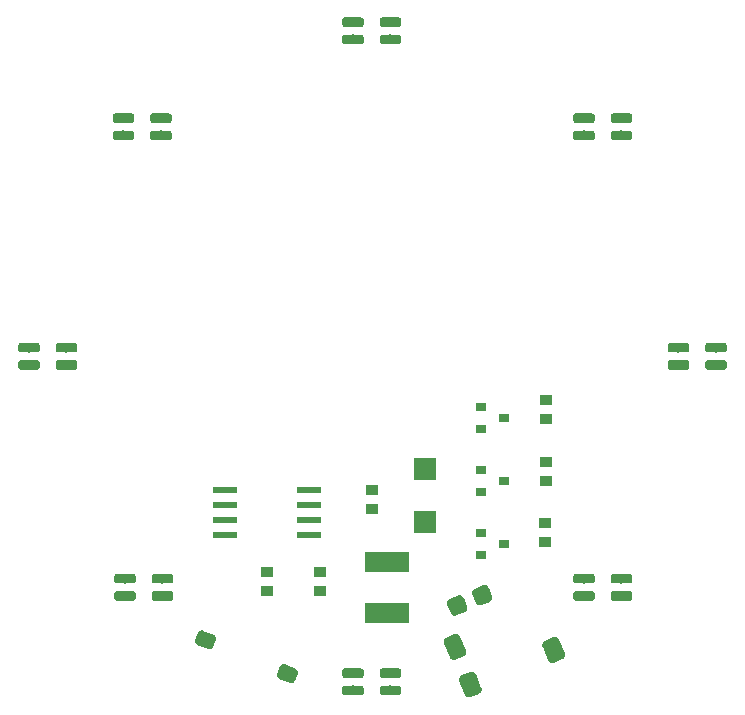
<source format=gbr>
G04 #@! TF.GenerationSoftware,KiCad,Pcbnew,5.0.0-fee4fd1~65~ubuntu17.10.1*
G04 #@! TF.CreationDate,2018-10-07T18:53:38+01:00*
G04 #@! TF.ProjectId,LED Coaster,4C454420436F61737465722E6B696361,rev?*
G04 #@! TF.SameCoordinates,Original*
G04 #@! TF.FileFunction,Paste,Top*
G04 #@! TF.FilePolarity,Positive*
%FSLAX46Y46*%
G04 Gerber Fmt 4.6, Leading zero omitted, Abs format (unit mm)*
G04 Created by KiCad (PCBNEW 5.0.0-fee4fd1~65~ubuntu17.10.1) date Sun Oct  7 18:53:38 2018*
%MOMM*%
%LPD*%
G01*
G04 APERTURE LIST*
%ADD10R,1.000000X0.820000*%
%ADD11R,1.900000X1.900000*%
%ADD12R,3.700000X1.670000*%
%ADD13R,2.000000X0.550000*%
%ADD14C,0.100000*%
%ADD15C,1.500000*%
%ADD16C,1.300000*%
%ADD17R,0.900000X0.800000*%
%ADD18C,0.800000*%
G04 APERTURE END LIST*
D10*
G04 #@! TO.C,C1*
X208280000Y-114135000D03*
X208280000Y-115735000D03*
G04 #@! TD*
D11*
G04 #@! TO.C,C2*
X212725000Y-112395000D03*
X212725000Y-116840000D03*
G04 #@! TD*
D12*
G04 #@! TO.C,D1*
X209550000Y-120253000D03*
X209550000Y-124603000D03*
G04 #@! TD*
D13*
G04 #@! TO.C,IC1*
X195834000Y-114173000D03*
X195834000Y-115443000D03*
X195834000Y-116713000D03*
X195834000Y-117983000D03*
X202946000Y-117983000D03*
X202946000Y-116713000D03*
X202946000Y-115443000D03*
X202946000Y-114173000D03*
G04 #@! TD*
D14*
G04 #@! TO.C,J1*
G36*
X216715053Y-129522899D02*
X216751456Y-129528298D01*
X216787154Y-129537240D01*
X216821803Y-129549638D01*
X216855071Y-129565372D01*
X216886636Y-129584292D01*
X216916194Y-129606214D01*
X216943462Y-129630928D01*
X216968176Y-129658195D01*
X216990098Y-129687754D01*
X217009017Y-129719319D01*
X217024752Y-129752587D01*
X217503106Y-130907436D01*
X217515504Y-130942085D01*
X217524445Y-130977783D01*
X217529845Y-131014186D01*
X217531651Y-131050942D01*
X217529845Y-131087698D01*
X217524445Y-131124101D01*
X217515504Y-131159799D01*
X217503106Y-131194448D01*
X217487371Y-131227716D01*
X217468452Y-131259281D01*
X217446530Y-131288840D01*
X217421816Y-131316107D01*
X217394548Y-131340821D01*
X217364990Y-131362743D01*
X217333425Y-131381662D01*
X217300157Y-131397397D01*
X216607247Y-131684410D01*
X216572598Y-131696808D01*
X216536900Y-131705749D01*
X216500498Y-131711149D01*
X216463741Y-131712955D01*
X216426985Y-131711149D01*
X216390582Y-131705750D01*
X216354884Y-131696808D01*
X216320235Y-131684410D01*
X216286967Y-131668676D01*
X216255402Y-131649756D01*
X216225844Y-131627834D01*
X216198576Y-131603120D01*
X216173862Y-131575853D01*
X216151940Y-131546294D01*
X216133021Y-131514729D01*
X216117286Y-131481461D01*
X215638932Y-130326612D01*
X215626534Y-130291963D01*
X215617593Y-130256265D01*
X215612193Y-130219862D01*
X215610387Y-130183106D01*
X215612193Y-130146350D01*
X215617593Y-130109947D01*
X215626534Y-130074249D01*
X215638932Y-130039600D01*
X215654667Y-130006332D01*
X215673586Y-129974767D01*
X215695508Y-129945208D01*
X215720222Y-129917941D01*
X215747490Y-129893227D01*
X215777048Y-129871305D01*
X215808613Y-129852386D01*
X215841881Y-129836651D01*
X216534791Y-129549638D01*
X216569440Y-129537240D01*
X216605138Y-129528299D01*
X216641540Y-129522899D01*
X216678297Y-129521093D01*
X216715053Y-129522899D01*
X216715053Y-129522899D01*
G37*
D15*
X216571019Y-130617024D03*
D14*
G36*
X223755015Y-126606851D02*
X223791418Y-126612250D01*
X223827116Y-126621192D01*
X223861765Y-126633590D01*
X223895033Y-126649324D01*
X223926598Y-126668244D01*
X223956156Y-126690166D01*
X223983424Y-126714880D01*
X224008138Y-126742147D01*
X224030060Y-126771706D01*
X224048979Y-126803271D01*
X224064714Y-126836539D01*
X224543068Y-127991388D01*
X224555466Y-128026037D01*
X224564407Y-128061735D01*
X224569807Y-128098138D01*
X224571613Y-128134894D01*
X224569807Y-128171650D01*
X224564407Y-128208053D01*
X224555466Y-128243751D01*
X224543068Y-128278400D01*
X224527333Y-128311668D01*
X224508414Y-128343233D01*
X224486492Y-128372792D01*
X224461778Y-128400059D01*
X224434510Y-128424773D01*
X224404952Y-128446695D01*
X224373387Y-128465614D01*
X224340119Y-128481349D01*
X223647209Y-128768362D01*
X223612560Y-128780760D01*
X223576862Y-128789701D01*
X223540460Y-128795101D01*
X223503703Y-128796907D01*
X223466947Y-128795101D01*
X223430544Y-128789702D01*
X223394846Y-128780760D01*
X223360197Y-128768362D01*
X223326929Y-128752628D01*
X223295364Y-128733708D01*
X223265806Y-128711786D01*
X223238538Y-128687072D01*
X223213824Y-128659805D01*
X223191902Y-128630246D01*
X223172983Y-128598681D01*
X223157248Y-128565413D01*
X222678894Y-127410564D01*
X222666496Y-127375915D01*
X222657555Y-127340217D01*
X222652155Y-127303814D01*
X222650349Y-127267058D01*
X222652155Y-127230302D01*
X222657555Y-127193899D01*
X222666496Y-127158201D01*
X222678894Y-127123552D01*
X222694629Y-127090284D01*
X222713548Y-127058719D01*
X222735470Y-127029160D01*
X222760184Y-127001893D01*
X222787452Y-126977179D01*
X222817010Y-126955257D01*
X222848575Y-126936338D01*
X222881843Y-126920603D01*
X223574753Y-126633590D01*
X223609402Y-126621192D01*
X223645100Y-126612251D01*
X223681502Y-126606851D01*
X223718259Y-126605045D01*
X223755015Y-126606851D01*
X223755015Y-126606851D01*
G37*
D15*
X223610981Y-127700976D03*
D14*
G36*
X215402831Y-126354916D02*
X215439234Y-126360315D01*
X215474932Y-126369257D01*
X215509581Y-126381655D01*
X215542849Y-126397389D01*
X215574414Y-126416309D01*
X215603972Y-126438231D01*
X215631240Y-126462945D01*
X215655954Y-126490212D01*
X215677876Y-126519771D01*
X215696795Y-126551336D01*
X215712530Y-126584604D01*
X216190884Y-127739453D01*
X216203282Y-127774102D01*
X216212223Y-127809800D01*
X216217623Y-127846203D01*
X216219429Y-127882959D01*
X216217623Y-127919715D01*
X216212223Y-127956118D01*
X216203282Y-127991816D01*
X216190884Y-128026465D01*
X216175149Y-128059733D01*
X216156230Y-128091298D01*
X216134308Y-128120857D01*
X216109594Y-128148124D01*
X216082326Y-128172838D01*
X216052768Y-128194760D01*
X216021203Y-128213679D01*
X215987935Y-128229414D01*
X215295025Y-128516427D01*
X215260376Y-128528825D01*
X215224678Y-128537766D01*
X215188276Y-128543166D01*
X215151519Y-128544972D01*
X215114763Y-128543166D01*
X215078360Y-128537767D01*
X215042662Y-128528825D01*
X215008013Y-128516427D01*
X214974745Y-128500693D01*
X214943180Y-128481773D01*
X214913622Y-128459851D01*
X214886354Y-128435137D01*
X214861640Y-128407870D01*
X214839718Y-128378311D01*
X214820799Y-128346746D01*
X214805064Y-128313478D01*
X214326710Y-127158629D01*
X214314312Y-127123980D01*
X214305371Y-127088282D01*
X214299971Y-127051879D01*
X214298165Y-127015123D01*
X214299971Y-126978367D01*
X214305371Y-126941964D01*
X214314312Y-126906266D01*
X214326710Y-126871617D01*
X214342445Y-126838349D01*
X214361364Y-126806784D01*
X214383286Y-126777225D01*
X214408000Y-126749958D01*
X214435268Y-126725244D01*
X214464826Y-126703322D01*
X214496391Y-126684403D01*
X214529659Y-126668668D01*
X215222569Y-126381655D01*
X215257218Y-126369257D01*
X215292916Y-126360316D01*
X215329318Y-126354916D01*
X215366075Y-126353110D01*
X215402831Y-126354916D01*
X215402831Y-126354916D01*
G37*
D15*
X215258797Y-127449041D03*
D14*
G36*
X217803465Y-122194545D02*
X217839867Y-122199945D01*
X217875565Y-122208886D01*
X217910215Y-122221284D01*
X217943482Y-122237019D01*
X217975047Y-122255938D01*
X218004606Y-122277860D01*
X218031873Y-122302574D01*
X218056587Y-122329842D01*
X218078509Y-122359400D01*
X218097429Y-122390966D01*
X218113163Y-122424233D01*
X218400175Y-123117143D01*
X218412573Y-123151793D01*
X218421515Y-123187490D01*
X218426914Y-123223893D01*
X218428720Y-123260649D01*
X218426914Y-123297406D01*
X218421514Y-123333808D01*
X218412573Y-123369506D01*
X218400175Y-123404156D01*
X218384440Y-123437423D01*
X218365521Y-123468988D01*
X218343599Y-123498547D01*
X218318885Y-123525814D01*
X218291617Y-123550528D01*
X218262059Y-123572450D01*
X218230493Y-123591370D01*
X218197226Y-123607104D01*
X217504316Y-123894116D01*
X217469666Y-123906514D01*
X217433969Y-123915456D01*
X217397566Y-123920855D01*
X217360810Y-123922661D01*
X217324053Y-123920855D01*
X217287651Y-123915455D01*
X217251953Y-123906514D01*
X217217303Y-123894116D01*
X217184036Y-123878381D01*
X217152471Y-123859462D01*
X217122912Y-123837540D01*
X217095645Y-123812826D01*
X217070931Y-123785558D01*
X217049009Y-123756000D01*
X217030089Y-123724434D01*
X217014355Y-123691167D01*
X216727343Y-122998257D01*
X216714945Y-122963607D01*
X216706003Y-122927910D01*
X216700604Y-122891507D01*
X216698798Y-122854751D01*
X216700604Y-122817994D01*
X216706004Y-122781592D01*
X216714945Y-122745894D01*
X216727343Y-122711244D01*
X216743078Y-122677977D01*
X216761997Y-122646412D01*
X216783919Y-122616853D01*
X216808633Y-122589586D01*
X216835901Y-122564872D01*
X216865459Y-122542950D01*
X216897025Y-122524030D01*
X216930292Y-122508296D01*
X217623202Y-122221284D01*
X217657852Y-122208886D01*
X217693549Y-122199944D01*
X217729952Y-122194545D01*
X217766708Y-122192739D01*
X217803465Y-122194545D01*
X217803465Y-122194545D01*
G37*
D15*
X217563759Y-123057700D03*
D14*
G36*
X215691476Y-123069359D02*
X215727878Y-123074759D01*
X215763576Y-123083700D01*
X215798226Y-123096098D01*
X215831493Y-123111833D01*
X215863058Y-123130752D01*
X215892617Y-123152674D01*
X215919884Y-123177388D01*
X215944598Y-123204656D01*
X215966520Y-123234214D01*
X215985440Y-123265780D01*
X216001174Y-123299047D01*
X216288186Y-123991957D01*
X216300584Y-124026607D01*
X216309526Y-124062304D01*
X216314925Y-124098707D01*
X216316731Y-124135463D01*
X216314925Y-124172220D01*
X216309525Y-124208622D01*
X216300584Y-124244320D01*
X216288186Y-124278970D01*
X216272451Y-124312237D01*
X216253532Y-124343802D01*
X216231610Y-124373361D01*
X216206896Y-124400628D01*
X216179628Y-124425342D01*
X216150070Y-124447264D01*
X216118504Y-124466184D01*
X216085237Y-124481918D01*
X215392327Y-124768930D01*
X215357677Y-124781328D01*
X215321980Y-124790270D01*
X215285577Y-124795669D01*
X215248821Y-124797475D01*
X215212064Y-124795669D01*
X215175662Y-124790269D01*
X215139964Y-124781328D01*
X215105314Y-124768930D01*
X215072047Y-124753195D01*
X215040482Y-124734276D01*
X215010923Y-124712354D01*
X214983656Y-124687640D01*
X214958942Y-124660372D01*
X214937020Y-124630814D01*
X214918100Y-124599248D01*
X214902366Y-124565981D01*
X214615354Y-123873071D01*
X214602956Y-123838421D01*
X214594014Y-123802724D01*
X214588615Y-123766321D01*
X214586809Y-123729565D01*
X214588615Y-123692808D01*
X214594015Y-123656406D01*
X214602956Y-123620708D01*
X214615354Y-123586058D01*
X214631089Y-123552791D01*
X214650008Y-123521226D01*
X214671930Y-123491667D01*
X214696644Y-123464400D01*
X214723912Y-123439686D01*
X214753470Y-123417764D01*
X214785036Y-123398844D01*
X214818303Y-123383110D01*
X215511213Y-123096098D01*
X215545863Y-123083700D01*
X215581560Y-123074758D01*
X215617963Y-123069359D01*
X215654719Y-123067553D01*
X215691476Y-123069359D01*
X215691476Y-123069359D01*
G37*
D15*
X215451770Y-123932514D03*
G04 #@! TD*
D10*
G04 #@! TO.C,R1*
X222885000Y-116929000D03*
X222885000Y-118529000D03*
G04 #@! TD*
G04 #@! TO.C,R2*
X223012000Y-113360000D03*
X223012000Y-111760000D03*
G04 #@! TD*
G04 #@! TO.C,R3*
X223012000Y-106515000D03*
X223012000Y-108115000D03*
G04 #@! TD*
G04 #@! TO.C,R4*
X199390000Y-122720000D03*
X199390000Y-121120000D03*
G04 #@! TD*
G04 #@! TO.C,R5*
X203835000Y-122720000D03*
X203835000Y-121120000D03*
G04 #@! TD*
D14*
G04 #@! TO.C,SW2*
G36*
X193864837Y-126029467D02*
X193896385Y-126034147D01*
X193927324Y-126041896D01*
X193957353Y-126052641D01*
X194835039Y-126416190D01*
X194863871Y-126429827D01*
X194891227Y-126446223D01*
X194916845Y-126465223D01*
X194940477Y-126486641D01*
X194961895Y-126510273D01*
X194980895Y-126535891D01*
X194997291Y-126563247D01*
X195010928Y-126592079D01*
X195021673Y-126622108D01*
X195029422Y-126653047D01*
X195034102Y-126684595D01*
X195035667Y-126716451D01*
X195034102Y-126748306D01*
X195029422Y-126779855D01*
X195021673Y-126810793D01*
X195010928Y-126840823D01*
X194762184Y-127441344D01*
X194748547Y-127470176D01*
X194732151Y-127497532D01*
X194713151Y-127523150D01*
X194691733Y-127546782D01*
X194668101Y-127568200D01*
X194642483Y-127587200D01*
X194615127Y-127603596D01*
X194586295Y-127617233D01*
X194556265Y-127627978D01*
X194525327Y-127635727D01*
X194493779Y-127640407D01*
X194461923Y-127641972D01*
X194430067Y-127640407D01*
X194398519Y-127635727D01*
X194367580Y-127627978D01*
X194337551Y-127617233D01*
X193459865Y-127253684D01*
X193431033Y-127240047D01*
X193403677Y-127223651D01*
X193378059Y-127204651D01*
X193354427Y-127183233D01*
X193333009Y-127159601D01*
X193314009Y-127133983D01*
X193297613Y-127106627D01*
X193283976Y-127077795D01*
X193273231Y-127047766D01*
X193265482Y-127016827D01*
X193260802Y-126985279D01*
X193259237Y-126953423D01*
X193260802Y-126921568D01*
X193265482Y-126890019D01*
X193273231Y-126859081D01*
X193283976Y-126829051D01*
X193532720Y-126228530D01*
X193546357Y-126199698D01*
X193562753Y-126172342D01*
X193581753Y-126146724D01*
X193603171Y-126123092D01*
X193626803Y-126101674D01*
X193652421Y-126082674D01*
X193679777Y-126066278D01*
X193708609Y-126052641D01*
X193738639Y-126041896D01*
X193769577Y-126034147D01*
X193801125Y-126029467D01*
X193832981Y-126027902D01*
X193864837Y-126029467D01*
X193864837Y-126029467D01*
G37*
D16*
X194147452Y-126834937D03*
D14*
G36*
X200793933Y-128899593D02*
X200825481Y-128904273D01*
X200856420Y-128912022D01*
X200886449Y-128922767D01*
X201764135Y-129286316D01*
X201792967Y-129299953D01*
X201820323Y-129316349D01*
X201845941Y-129335349D01*
X201869573Y-129356767D01*
X201890991Y-129380399D01*
X201909991Y-129406017D01*
X201926387Y-129433373D01*
X201940024Y-129462205D01*
X201950769Y-129492234D01*
X201958518Y-129523173D01*
X201963198Y-129554721D01*
X201964763Y-129586577D01*
X201963198Y-129618432D01*
X201958518Y-129649981D01*
X201950769Y-129680919D01*
X201940024Y-129710949D01*
X201691280Y-130311470D01*
X201677643Y-130340302D01*
X201661247Y-130367658D01*
X201642247Y-130393276D01*
X201620829Y-130416908D01*
X201597197Y-130438326D01*
X201571579Y-130457326D01*
X201544223Y-130473722D01*
X201515391Y-130487359D01*
X201485361Y-130498104D01*
X201454423Y-130505853D01*
X201422875Y-130510533D01*
X201391019Y-130512098D01*
X201359163Y-130510533D01*
X201327615Y-130505853D01*
X201296676Y-130498104D01*
X201266647Y-130487359D01*
X200388961Y-130123810D01*
X200360129Y-130110173D01*
X200332773Y-130093777D01*
X200307155Y-130074777D01*
X200283523Y-130053359D01*
X200262105Y-130029727D01*
X200243105Y-130004109D01*
X200226709Y-129976753D01*
X200213072Y-129947921D01*
X200202327Y-129917892D01*
X200194578Y-129886953D01*
X200189898Y-129855405D01*
X200188333Y-129823549D01*
X200189898Y-129791694D01*
X200194578Y-129760145D01*
X200202327Y-129729207D01*
X200213072Y-129699177D01*
X200461816Y-129098656D01*
X200475453Y-129069824D01*
X200491849Y-129042468D01*
X200510849Y-129016850D01*
X200532267Y-128993218D01*
X200555899Y-128971800D01*
X200581517Y-128952800D01*
X200608873Y-128936404D01*
X200637705Y-128922767D01*
X200667735Y-128912022D01*
X200698673Y-128904273D01*
X200730221Y-128899593D01*
X200762077Y-128898028D01*
X200793933Y-128899593D01*
X200793933Y-128899593D01*
G37*
D16*
X201076548Y-129705063D03*
G04 #@! TD*
D17*
G04 #@! TO.C,T1*
X217440000Y-117795000D03*
X217440000Y-119695000D03*
X219440000Y-118745000D03*
G04 #@! TD*
G04 #@! TO.C,T2*
X219440000Y-113411000D03*
X217440000Y-114361000D03*
X217440000Y-112461000D03*
G04 #@! TD*
G04 #@! TO.C,T3*
X217440000Y-107127000D03*
X217440000Y-109027000D03*
X219440000Y-108077000D03*
G04 #@! TD*
D14*
G04 #@! TO.C,L1*
G36*
X210523603Y-75610463D02*
X210543018Y-75613343D01*
X210562057Y-75618112D01*
X210580537Y-75624724D01*
X210598279Y-75633116D01*
X210615114Y-75643206D01*
X210630879Y-75654898D01*
X210645421Y-75668079D01*
X210658602Y-75682621D01*
X210670294Y-75698386D01*
X210680384Y-75715221D01*
X210688776Y-75732963D01*
X210695388Y-75751443D01*
X210700157Y-75770482D01*
X210703037Y-75789897D01*
X210704000Y-75809500D01*
X210704000Y-76209500D01*
X210703037Y-76229103D01*
X210700157Y-76248518D01*
X210695388Y-76267557D01*
X210688776Y-76286037D01*
X210680384Y-76303779D01*
X210670294Y-76320614D01*
X210658602Y-76336379D01*
X210645421Y-76350921D01*
X210630879Y-76364102D01*
X210615114Y-76375794D01*
X210598279Y-76385884D01*
X210580537Y-76394276D01*
X210562057Y-76400888D01*
X210543018Y-76405657D01*
X210523603Y-76408537D01*
X210504000Y-76409500D01*
X209104000Y-76409500D01*
X209084397Y-76408537D01*
X209064982Y-76405657D01*
X209045943Y-76400888D01*
X209027463Y-76394276D01*
X209009721Y-76385884D01*
X208992886Y-76375794D01*
X208977121Y-76364102D01*
X208962579Y-76350921D01*
X208949398Y-76336379D01*
X208937706Y-76320614D01*
X208927616Y-76303779D01*
X208919224Y-76286037D01*
X208912612Y-76267557D01*
X208907843Y-76248518D01*
X208904963Y-76229103D01*
X208904000Y-76209500D01*
X208904000Y-75809500D01*
X208904963Y-75789897D01*
X208907843Y-75770482D01*
X208912612Y-75751443D01*
X208919224Y-75732963D01*
X208927616Y-75715221D01*
X208937706Y-75698386D01*
X208949398Y-75682621D01*
X208962579Y-75668079D01*
X208977121Y-75654898D01*
X208992886Y-75643206D01*
X209009721Y-75633116D01*
X209027463Y-75624724D01*
X209045943Y-75618112D01*
X209064982Y-75613343D01*
X209084397Y-75610463D01*
X209104000Y-75609500D01*
X210504000Y-75609500D01*
X210523603Y-75610463D01*
X210523603Y-75610463D01*
G37*
D18*
X209804000Y-76009500D03*
D14*
G36*
X207348603Y-75610463D02*
X207368018Y-75613343D01*
X207387057Y-75618112D01*
X207405537Y-75624724D01*
X207423279Y-75633116D01*
X207440114Y-75643206D01*
X207455879Y-75654898D01*
X207470421Y-75668079D01*
X207483602Y-75682621D01*
X207495294Y-75698386D01*
X207505384Y-75715221D01*
X207513776Y-75732963D01*
X207520388Y-75751443D01*
X207525157Y-75770482D01*
X207528037Y-75789897D01*
X207529000Y-75809500D01*
X207529000Y-76209500D01*
X207528037Y-76229103D01*
X207525157Y-76248518D01*
X207520388Y-76267557D01*
X207513776Y-76286037D01*
X207505384Y-76303779D01*
X207495294Y-76320614D01*
X207483602Y-76336379D01*
X207470421Y-76350921D01*
X207455879Y-76364102D01*
X207440114Y-76375794D01*
X207423279Y-76385884D01*
X207405537Y-76394276D01*
X207387057Y-76400888D01*
X207368018Y-76405657D01*
X207348603Y-76408537D01*
X207329000Y-76409500D01*
X205929000Y-76409500D01*
X205909397Y-76408537D01*
X205889982Y-76405657D01*
X205870943Y-76400888D01*
X205852463Y-76394276D01*
X205834721Y-76385884D01*
X205817886Y-76375794D01*
X205802121Y-76364102D01*
X205787579Y-76350921D01*
X205774398Y-76336379D01*
X205762706Y-76320614D01*
X205752616Y-76303779D01*
X205744224Y-76286037D01*
X205737612Y-76267557D01*
X205732843Y-76248518D01*
X205729963Y-76229103D01*
X205729000Y-76209500D01*
X205729000Y-75809500D01*
X205729963Y-75789897D01*
X205732843Y-75770482D01*
X205737612Y-75751443D01*
X205744224Y-75732963D01*
X205752616Y-75715221D01*
X205762706Y-75698386D01*
X205774398Y-75682621D01*
X205787579Y-75668079D01*
X205802121Y-75654898D01*
X205817886Y-75643206D01*
X205834721Y-75633116D01*
X205852463Y-75624724D01*
X205870943Y-75618112D01*
X205889982Y-75613343D01*
X205909397Y-75610463D01*
X205929000Y-75609500D01*
X207329000Y-75609500D01*
X207348603Y-75610463D01*
X207348603Y-75610463D01*
G37*
D18*
X206629000Y-76009500D03*
D14*
G36*
X210523603Y-74149963D02*
X210543018Y-74152843D01*
X210562057Y-74157612D01*
X210580537Y-74164224D01*
X210598279Y-74172616D01*
X210615114Y-74182706D01*
X210630879Y-74194398D01*
X210645421Y-74207579D01*
X210658602Y-74222121D01*
X210670294Y-74237886D01*
X210680384Y-74254721D01*
X210688776Y-74272463D01*
X210695388Y-74290943D01*
X210700157Y-74309982D01*
X210703037Y-74329397D01*
X210704000Y-74349000D01*
X210704000Y-74749000D01*
X210703037Y-74768603D01*
X210700157Y-74788018D01*
X210695388Y-74807057D01*
X210688776Y-74825537D01*
X210680384Y-74843279D01*
X210670294Y-74860114D01*
X210658602Y-74875879D01*
X210645421Y-74890421D01*
X210630879Y-74903602D01*
X210615114Y-74915294D01*
X210598279Y-74925384D01*
X210580537Y-74933776D01*
X210562057Y-74940388D01*
X210543018Y-74945157D01*
X210523603Y-74948037D01*
X210504000Y-74949000D01*
X209104000Y-74949000D01*
X209084397Y-74948037D01*
X209064982Y-74945157D01*
X209045943Y-74940388D01*
X209027463Y-74933776D01*
X209009721Y-74925384D01*
X208992886Y-74915294D01*
X208977121Y-74903602D01*
X208962579Y-74890421D01*
X208949398Y-74875879D01*
X208937706Y-74860114D01*
X208927616Y-74843279D01*
X208919224Y-74825537D01*
X208912612Y-74807057D01*
X208907843Y-74788018D01*
X208904963Y-74768603D01*
X208904000Y-74749000D01*
X208904000Y-74349000D01*
X208904963Y-74329397D01*
X208907843Y-74309982D01*
X208912612Y-74290943D01*
X208919224Y-74272463D01*
X208927616Y-74254721D01*
X208937706Y-74237886D01*
X208949398Y-74222121D01*
X208962579Y-74207579D01*
X208977121Y-74194398D01*
X208992886Y-74182706D01*
X209009721Y-74172616D01*
X209027463Y-74164224D01*
X209045943Y-74157612D01*
X209064982Y-74152843D01*
X209084397Y-74149963D01*
X209104000Y-74149000D01*
X210504000Y-74149000D01*
X210523603Y-74149963D01*
X210523603Y-74149963D01*
G37*
D18*
X209804000Y-74549000D03*
D14*
G36*
X207348603Y-74149963D02*
X207368018Y-74152843D01*
X207387057Y-74157612D01*
X207405537Y-74164224D01*
X207423279Y-74172616D01*
X207440114Y-74182706D01*
X207455879Y-74194398D01*
X207470421Y-74207579D01*
X207483602Y-74222121D01*
X207495294Y-74237886D01*
X207505384Y-74254721D01*
X207513776Y-74272463D01*
X207520388Y-74290943D01*
X207525157Y-74309982D01*
X207528037Y-74329397D01*
X207529000Y-74349000D01*
X207529000Y-74749000D01*
X207528037Y-74768603D01*
X207525157Y-74788018D01*
X207520388Y-74807057D01*
X207513776Y-74825537D01*
X207505384Y-74843279D01*
X207495294Y-74860114D01*
X207483602Y-74875879D01*
X207470421Y-74890421D01*
X207455879Y-74903602D01*
X207440114Y-74915294D01*
X207423279Y-74925384D01*
X207405537Y-74933776D01*
X207387057Y-74940388D01*
X207368018Y-74945157D01*
X207348603Y-74948037D01*
X207329000Y-74949000D01*
X205929000Y-74949000D01*
X205909397Y-74948037D01*
X205889982Y-74945157D01*
X205870943Y-74940388D01*
X205852463Y-74933776D01*
X205834721Y-74925384D01*
X205817886Y-74915294D01*
X205802121Y-74903602D01*
X205787579Y-74890421D01*
X205774398Y-74875879D01*
X205762706Y-74860114D01*
X205752616Y-74843279D01*
X205744224Y-74825537D01*
X205737612Y-74807057D01*
X205732843Y-74788018D01*
X205729963Y-74768603D01*
X205729000Y-74749000D01*
X205729000Y-74349000D01*
X205729963Y-74329397D01*
X205732843Y-74309982D01*
X205737612Y-74290943D01*
X205744224Y-74272463D01*
X205752616Y-74254721D01*
X205762706Y-74237886D01*
X205774398Y-74222121D01*
X205787579Y-74207579D01*
X205802121Y-74194398D01*
X205817886Y-74182706D01*
X205834721Y-74172616D01*
X205852463Y-74164224D01*
X205870943Y-74157612D01*
X205889982Y-74152843D01*
X205909397Y-74149963D01*
X205929000Y-74149000D01*
X207329000Y-74149000D01*
X207348603Y-74149963D01*
X207348603Y-74149963D01*
G37*
D18*
X206629000Y-74549000D03*
G04 #@! TD*
D14*
G04 #@! TO.C,L2*
G36*
X226906603Y-82277963D02*
X226926018Y-82280843D01*
X226945057Y-82285612D01*
X226963537Y-82292224D01*
X226981279Y-82300616D01*
X226998114Y-82310706D01*
X227013879Y-82322398D01*
X227028421Y-82335579D01*
X227041602Y-82350121D01*
X227053294Y-82365886D01*
X227063384Y-82382721D01*
X227071776Y-82400463D01*
X227078388Y-82418943D01*
X227083157Y-82437982D01*
X227086037Y-82457397D01*
X227087000Y-82477000D01*
X227087000Y-82877000D01*
X227086037Y-82896603D01*
X227083157Y-82916018D01*
X227078388Y-82935057D01*
X227071776Y-82953537D01*
X227063384Y-82971279D01*
X227053294Y-82988114D01*
X227041602Y-83003879D01*
X227028421Y-83018421D01*
X227013879Y-83031602D01*
X226998114Y-83043294D01*
X226981279Y-83053384D01*
X226963537Y-83061776D01*
X226945057Y-83068388D01*
X226926018Y-83073157D01*
X226906603Y-83076037D01*
X226887000Y-83077000D01*
X225487000Y-83077000D01*
X225467397Y-83076037D01*
X225447982Y-83073157D01*
X225428943Y-83068388D01*
X225410463Y-83061776D01*
X225392721Y-83053384D01*
X225375886Y-83043294D01*
X225360121Y-83031602D01*
X225345579Y-83018421D01*
X225332398Y-83003879D01*
X225320706Y-82988114D01*
X225310616Y-82971279D01*
X225302224Y-82953537D01*
X225295612Y-82935057D01*
X225290843Y-82916018D01*
X225287963Y-82896603D01*
X225287000Y-82877000D01*
X225287000Y-82477000D01*
X225287963Y-82457397D01*
X225290843Y-82437982D01*
X225295612Y-82418943D01*
X225302224Y-82400463D01*
X225310616Y-82382721D01*
X225320706Y-82365886D01*
X225332398Y-82350121D01*
X225345579Y-82335579D01*
X225360121Y-82322398D01*
X225375886Y-82310706D01*
X225392721Y-82300616D01*
X225410463Y-82292224D01*
X225428943Y-82285612D01*
X225447982Y-82280843D01*
X225467397Y-82277963D01*
X225487000Y-82277000D01*
X226887000Y-82277000D01*
X226906603Y-82277963D01*
X226906603Y-82277963D01*
G37*
D18*
X226187000Y-82677000D03*
D14*
G36*
X230081603Y-82277963D02*
X230101018Y-82280843D01*
X230120057Y-82285612D01*
X230138537Y-82292224D01*
X230156279Y-82300616D01*
X230173114Y-82310706D01*
X230188879Y-82322398D01*
X230203421Y-82335579D01*
X230216602Y-82350121D01*
X230228294Y-82365886D01*
X230238384Y-82382721D01*
X230246776Y-82400463D01*
X230253388Y-82418943D01*
X230258157Y-82437982D01*
X230261037Y-82457397D01*
X230262000Y-82477000D01*
X230262000Y-82877000D01*
X230261037Y-82896603D01*
X230258157Y-82916018D01*
X230253388Y-82935057D01*
X230246776Y-82953537D01*
X230238384Y-82971279D01*
X230228294Y-82988114D01*
X230216602Y-83003879D01*
X230203421Y-83018421D01*
X230188879Y-83031602D01*
X230173114Y-83043294D01*
X230156279Y-83053384D01*
X230138537Y-83061776D01*
X230120057Y-83068388D01*
X230101018Y-83073157D01*
X230081603Y-83076037D01*
X230062000Y-83077000D01*
X228662000Y-83077000D01*
X228642397Y-83076037D01*
X228622982Y-83073157D01*
X228603943Y-83068388D01*
X228585463Y-83061776D01*
X228567721Y-83053384D01*
X228550886Y-83043294D01*
X228535121Y-83031602D01*
X228520579Y-83018421D01*
X228507398Y-83003879D01*
X228495706Y-82988114D01*
X228485616Y-82971279D01*
X228477224Y-82953537D01*
X228470612Y-82935057D01*
X228465843Y-82916018D01*
X228462963Y-82896603D01*
X228462000Y-82877000D01*
X228462000Y-82477000D01*
X228462963Y-82457397D01*
X228465843Y-82437982D01*
X228470612Y-82418943D01*
X228477224Y-82400463D01*
X228485616Y-82382721D01*
X228495706Y-82365886D01*
X228507398Y-82350121D01*
X228520579Y-82335579D01*
X228535121Y-82322398D01*
X228550886Y-82310706D01*
X228567721Y-82300616D01*
X228585463Y-82292224D01*
X228603943Y-82285612D01*
X228622982Y-82280843D01*
X228642397Y-82277963D01*
X228662000Y-82277000D01*
X230062000Y-82277000D01*
X230081603Y-82277963D01*
X230081603Y-82277963D01*
G37*
D18*
X229362000Y-82677000D03*
D14*
G36*
X226906603Y-83738463D02*
X226926018Y-83741343D01*
X226945057Y-83746112D01*
X226963537Y-83752724D01*
X226981279Y-83761116D01*
X226998114Y-83771206D01*
X227013879Y-83782898D01*
X227028421Y-83796079D01*
X227041602Y-83810621D01*
X227053294Y-83826386D01*
X227063384Y-83843221D01*
X227071776Y-83860963D01*
X227078388Y-83879443D01*
X227083157Y-83898482D01*
X227086037Y-83917897D01*
X227087000Y-83937500D01*
X227087000Y-84337500D01*
X227086037Y-84357103D01*
X227083157Y-84376518D01*
X227078388Y-84395557D01*
X227071776Y-84414037D01*
X227063384Y-84431779D01*
X227053294Y-84448614D01*
X227041602Y-84464379D01*
X227028421Y-84478921D01*
X227013879Y-84492102D01*
X226998114Y-84503794D01*
X226981279Y-84513884D01*
X226963537Y-84522276D01*
X226945057Y-84528888D01*
X226926018Y-84533657D01*
X226906603Y-84536537D01*
X226887000Y-84537500D01*
X225487000Y-84537500D01*
X225467397Y-84536537D01*
X225447982Y-84533657D01*
X225428943Y-84528888D01*
X225410463Y-84522276D01*
X225392721Y-84513884D01*
X225375886Y-84503794D01*
X225360121Y-84492102D01*
X225345579Y-84478921D01*
X225332398Y-84464379D01*
X225320706Y-84448614D01*
X225310616Y-84431779D01*
X225302224Y-84414037D01*
X225295612Y-84395557D01*
X225290843Y-84376518D01*
X225287963Y-84357103D01*
X225287000Y-84337500D01*
X225287000Y-83937500D01*
X225287963Y-83917897D01*
X225290843Y-83898482D01*
X225295612Y-83879443D01*
X225302224Y-83860963D01*
X225310616Y-83843221D01*
X225320706Y-83826386D01*
X225332398Y-83810621D01*
X225345579Y-83796079D01*
X225360121Y-83782898D01*
X225375886Y-83771206D01*
X225392721Y-83761116D01*
X225410463Y-83752724D01*
X225428943Y-83746112D01*
X225447982Y-83741343D01*
X225467397Y-83738463D01*
X225487000Y-83737500D01*
X226887000Y-83737500D01*
X226906603Y-83738463D01*
X226906603Y-83738463D01*
G37*
D18*
X226187000Y-84137500D03*
D14*
G36*
X230081603Y-83738463D02*
X230101018Y-83741343D01*
X230120057Y-83746112D01*
X230138537Y-83752724D01*
X230156279Y-83761116D01*
X230173114Y-83771206D01*
X230188879Y-83782898D01*
X230203421Y-83796079D01*
X230216602Y-83810621D01*
X230228294Y-83826386D01*
X230238384Y-83843221D01*
X230246776Y-83860963D01*
X230253388Y-83879443D01*
X230258157Y-83898482D01*
X230261037Y-83917897D01*
X230262000Y-83937500D01*
X230262000Y-84337500D01*
X230261037Y-84357103D01*
X230258157Y-84376518D01*
X230253388Y-84395557D01*
X230246776Y-84414037D01*
X230238384Y-84431779D01*
X230228294Y-84448614D01*
X230216602Y-84464379D01*
X230203421Y-84478921D01*
X230188879Y-84492102D01*
X230173114Y-84503794D01*
X230156279Y-84513884D01*
X230138537Y-84522276D01*
X230120057Y-84528888D01*
X230101018Y-84533657D01*
X230081603Y-84536537D01*
X230062000Y-84537500D01*
X228662000Y-84537500D01*
X228642397Y-84536537D01*
X228622982Y-84533657D01*
X228603943Y-84528888D01*
X228585463Y-84522276D01*
X228567721Y-84513884D01*
X228550886Y-84503794D01*
X228535121Y-84492102D01*
X228520579Y-84478921D01*
X228507398Y-84464379D01*
X228495706Y-84448614D01*
X228485616Y-84431779D01*
X228477224Y-84414037D01*
X228470612Y-84395557D01*
X228465843Y-84376518D01*
X228462963Y-84357103D01*
X228462000Y-84337500D01*
X228462000Y-83937500D01*
X228462963Y-83917897D01*
X228465843Y-83898482D01*
X228470612Y-83879443D01*
X228477224Y-83860963D01*
X228485616Y-83843221D01*
X228495706Y-83826386D01*
X228507398Y-83810621D01*
X228520579Y-83796079D01*
X228535121Y-83782898D01*
X228550886Y-83771206D01*
X228567721Y-83761116D01*
X228585463Y-83752724D01*
X228603943Y-83746112D01*
X228622982Y-83741343D01*
X228642397Y-83738463D01*
X228662000Y-83737500D01*
X230062000Y-83737500D01*
X230081603Y-83738463D01*
X230081603Y-83738463D01*
G37*
D18*
X229362000Y-84137500D03*
G04 #@! TD*
D14*
G04 #@! TO.C,L3*
G36*
X238082603Y-103169463D02*
X238102018Y-103172343D01*
X238121057Y-103177112D01*
X238139537Y-103183724D01*
X238157279Y-103192116D01*
X238174114Y-103202206D01*
X238189879Y-103213898D01*
X238204421Y-103227079D01*
X238217602Y-103241621D01*
X238229294Y-103257386D01*
X238239384Y-103274221D01*
X238247776Y-103291963D01*
X238254388Y-103310443D01*
X238259157Y-103329482D01*
X238262037Y-103348897D01*
X238263000Y-103368500D01*
X238263000Y-103768500D01*
X238262037Y-103788103D01*
X238259157Y-103807518D01*
X238254388Y-103826557D01*
X238247776Y-103845037D01*
X238239384Y-103862779D01*
X238229294Y-103879614D01*
X238217602Y-103895379D01*
X238204421Y-103909921D01*
X238189879Y-103923102D01*
X238174114Y-103934794D01*
X238157279Y-103944884D01*
X238139537Y-103953276D01*
X238121057Y-103959888D01*
X238102018Y-103964657D01*
X238082603Y-103967537D01*
X238063000Y-103968500D01*
X236663000Y-103968500D01*
X236643397Y-103967537D01*
X236623982Y-103964657D01*
X236604943Y-103959888D01*
X236586463Y-103953276D01*
X236568721Y-103944884D01*
X236551886Y-103934794D01*
X236536121Y-103923102D01*
X236521579Y-103909921D01*
X236508398Y-103895379D01*
X236496706Y-103879614D01*
X236486616Y-103862779D01*
X236478224Y-103845037D01*
X236471612Y-103826557D01*
X236466843Y-103807518D01*
X236463963Y-103788103D01*
X236463000Y-103768500D01*
X236463000Y-103368500D01*
X236463963Y-103348897D01*
X236466843Y-103329482D01*
X236471612Y-103310443D01*
X236478224Y-103291963D01*
X236486616Y-103274221D01*
X236496706Y-103257386D01*
X236508398Y-103241621D01*
X236521579Y-103227079D01*
X236536121Y-103213898D01*
X236551886Y-103202206D01*
X236568721Y-103192116D01*
X236586463Y-103183724D01*
X236604943Y-103177112D01*
X236623982Y-103172343D01*
X236643397Y-103169463D01*
X236663000Y-103168500D01*
X238063000Y-103168500D01*
X238082603Y-103169463D01*
X238082603Y-103169463D01*
G37*
D18*
X237363000Y-103568500D03*
D14*
G36*
X234907603Y-103169463D02*
X234927018Y-103172343D01*
X234946057Y-103177112D01*
X234964537Y-103183724D01*
X234982279Y-103192116D01*
X234999114Y-103202206D01*
X235014879Y-103213898D01*
X235029421Y-103227079D01*
X235042602Y-103241621D01*
X235054294Y-103257386D01*
X235064384Y-103274221D01*
X235072776Y-103291963D01*
X235079388Y-103310443D01*
X235084157Y-103329482D01*
X235087037Y-103348897D01*
X235088000Y-103368500D01*
X235088000Y-103768500D01*
X235087037Y-103788103D01*
X235084157Y-103807518D01*
X235079388Y-103826557D01*
X235072776Y-103845037D01*
X235064384Y-103862779D01*
X235054294Y-103879614D01*
X235042602Y-103895379D01*
X235029421Y-103909921D01*
X235014879Y-103923102D01*
X234999114Y-103934794D01*
X234982279Y-103944884D01*
X234964537Y-103953276D01*
X234946057Y-103959888D01*
X234927018Y-103964657D01*
X234907603Y-103967537D01*
X234888000Y-103968500D01*
X233488000Y-103968500D01*
X233468397Y-103967537D01*
X233448982Y-103964657D01*
X233429943Y-103959888D01*
X233411463Y-103953276D01*
X233393721Y-103944884D01*
X233376886Y-103934794D01*
X233361121Y-103923102D01*
X233346579Y-103909921D01*
X233333398Y-103895379D01*
X233321706Y-103879614D01*
X233311616Y-103862779D01*
X233303224Y-103845037D01*
X233296612Y-103826557D01*
X233291843Y-103807518D01*
X233288963Y-103788103D01*
X233288000Y-103768500D01*
X233288000Y-103368500D01*
X233288963Y-103348897D01*
X233291843Y-103329482D01*
X233296612Y-103310443D01*
X233303224Y-103291963D01*
X233311616Y-103274221D01*
X233321706Y-103257386D01*
X233333398Y-103241621D01*
X233346579Y-103227079D01*
X233361121Y-103213898D01*
X233376886Y-103202206D01*
X233393721Y-103192116D01*
X233411463Y-103183724D01*
X233429943Y-103177112D01*
X233448982Y-103172343D01*
X233468397Y-103169463D01*
X233488000Y-103168500D01*
X234888000Y-103168500D01*
X234907603Y-103169463D01*
X234907603Y-103169463D01*
G37*
D18*
X234188000Y-103568500D03*
D14*
G36*
X238082603Y-101708963D02*
X238102018Y-101711843D01*
X238121057Y-101716612D01*
X238139537Y-101723224D01*
X238157279Y-101731616D01*
X238174114Y-101741706D01*
X238189879Y-101753398D01*
X238204421Y-101766579D01*
X238217602Y-101781121D01*
X238229294Y-101796886D01*
X238239384Y-101813721D01*
X238247776Y-101831463D01*
X238254388Y-101849943D01*
X238259157Y-101868982D01*
X238262037Y-101888397D01*
X238263000Y-101908000D01*
X238263000Y-102308000D01*
X238262037Y-102327603D01*
X238259157Y-102347018D01*
X238254388Y-102366057D01*
X238247776Y-102384537D01*
X238239384Y-102402279D01*
X238229294Y-102419114D01*
X238217602Y-102434879D01*
X238204421Y-102449421D01*
X238189879Y-102462602D01*
X238174114Y-102474294D01*
X238157279Y-102484384D01*
X238139537Y-102492776D01*
X238121057Y-102499388D01*
X238102018Y-102504157D01*
X238082603Y-102507037D01*
X238063000Y-102508000D01*
X236663000Y-102508000D01*
X236643397Y-102507037D01*
X236623982Y-102504157D01*
X236604943Y-102499388D01*
X236586463Y-102492776D01*
X236568721Y-102484384D01*
X236551886Y-102474294D01*
X236536121Y-102462602D01*
X236521579Y-102449421D01*
X236508398Y-102434879D01*
X236496706Y-102419114D01*
X236486616Y-102402279D01*
X236478224Y-102384537D01*
X236471612Y-102366057D01*
X236466843Y-102347018D01*
X236463963Y-102327603D01*
X236463000Y-102308000D01*
X236463000Y-101908000D01*
X236463963Y-101888397D01*
X236466843Y-101868982D01*
X236471612Y-101849943D01*
X236478224Y-101831463D01*
X236486616Y-101813721D01*
X236496706Y-101796886D01*
X236508398Y-101781121D01*
X236521579Y-101766579D01*
X236536121Y-101753398D01*
X236551886Y-101741706D01*
X236568721Y-101731616D01*
X236586463Y-101723224D01*
X236604943Y-101716612D01*
X236623982Y-101711843D01*
X236643397Y-101708963D01*
X236663000Y-101708000D01*
X238063000Y-101708000D01*
X238082603Y-101708963D01*
X238082603Y-101708963D01*
G37*
D18*
X237363000Y-102108000D03*
D14*
G36*
X234907603Y-101708963D02*
X234927018Y-101711843D01*
X234946057Y-101716612D01*
X234964537Y-101723224D01*
X234982279Y-101731616D01*
X234999114Y-101741706D01*
X235014879Y-101753398D01*
X235029421Y-101766579D01*
X235042602Y-101781121D01*
X235054294Y-101796886D01*
X235064384Y-101813721D01*
X235072776Y-101831463D01*
X235079388Y-101849943D01*
X235084157Y-101868982D01*
X235087037Y-101888397D01*
X235088000Y-101908000D01*
X235088000Y-102308000D01*
X235087037Y-102327603D01*
X235084157Y-102347018D01*
X235079388Y-102366057D01*
X235072776Y-102384537D01*
X235064384Y-102402279D01*
X235054294Y-102419114D01*
X235042602Y-102434879D01*
X235029421Y-102449421D01*
X235014879Y-102462602D01*
X234999114Y-102474294D01*
X234982279Y-102484384D01*
X234964537Y-102492776D01*
X234946057Y-102499388D01*
X234927018Y-102504157D01*
X234907603Y-102507037D01*
X234888000Y-102508000D01*
X233488000Y-102508000D01*
X233468397Y-102507037D01*
X233448982Y-102504157D01*
X233429943Y-102499388D01*
X233411463Y-102492776D01*
X233393721Y-102484384D01*
X233376886Y-102474294D01*
X233361121Y-102462602D01*
X233346579Y-102449421D01*
X233333398Y-102434879D01*
X233321706Y-102419114D01*
X233311616Y-102402279D01*
X233303224Y-102384537D01*
X233296612Y-102366057D01*
X233291843Y-102347018D01*
X233288963Y-102327603D01*
X233288000Y-102308000D01*
X233288000Y-101908000D01*
X233288963Y-101888397D01*
X233291843Y-101868982D01*
X233296612Y-101849943D01*
X233303224Y-101831463D01*
X233311616Y-101813721D01*
X233321706Y-101796886D01*
X233333398Y-101781121D01*
X233346579Y-101766579D01*
X233361121Y-101753398D01*
X233376886Y-101741706D01*
X233393721Y-101731616D01*
X233411463Y-101723224D01*
X233429943Y-101716612D01*
X233448982Y-101711843D01*
X233468397Y-101708963D01*
X233488000Y-101708000D01*
X234888000Y-101708000D01*
X234907603Y-101708963D01*
X234907603Y-101708963D01*
G37*
D18*
X234188000Y-102108000D03*
G04 #@! TD*
D14*
G04 #@! TO.C,L4*
G36*
X226906603Y-121266963D02*
X226926018Y-121269843D01*
X226945057Y-121274612D01*
X226963537Y-121281224D01*
X226981279Y-121289616D01*
X226998114Y-121299706D01*
X227013879Y-121311398D01*
X227028421Y-121324579D01*
X227041602Y-121339121D01*
X227053294Y-121354886D01*
X227063384Y-121371721D01*
X227071776Y-121389463D01*
X227078388Y-121407943D01*
X227083157Y-121426982D01*
X227086037Y-121446397D01*
X227087000Y-121466000D01*
X227087000Y-121866000D01*
X227086037Y-121885603D01*
X227083157Y-121905018D01*
X227078388Y-121924057D01*
X227071776Y-121942537D01*
X227063384Y-121960279D01*
X227053294Y-121977114D01*
X227041602Y-121992879D01*
X227028421Y-122007421D01*
X227013879Y-122020602D01*
X226998114Y-122032294D01*
X226981279Y-122042384D01*
X226963537Y-122050776D01*
X226945057Y-122057388D01*
X226926018Y-122062157D01*
X226906603Y-122065037D01*
X226887000Y-122066000D01*
X225487000Y-122066000D01*
X225467397Y-122065037D01*
X225447982Y-122062157D01*
X225428943Y-122057388D01*
X225410463Y-122050776D01*
X225392721Y-122042384D01*
X225375886Y-122032294D01*
X225360121Y-122020602D01*
X225345579Y-122007421D01*
X225332398Y-121992879D01*
X225320706Y-121977114D01*
X225310616Y-121960279D01*
X225302224Y-121942537D01*
X225295612Y-121924057D01*
X225290843Y-121905018D01*
X225287963Y-121885603D01*
X225287000Y-121866000D01*
X225287000Y-121466000D01*
X225287963Y-121446397D01*
X225290843Y-121426982D01*
X225295612Y-121407943D01*
X225302224Y-121389463D01*
X225310616Y-121371721D01*
X225320706Y-121354886D01*
X225332398Y-121339121D01*
X225345579Y-121324579D01*
X225360121Y-121311398D01*
X225375886Y-121299706D01*
X225392721Y-121289616D01*
X225410463Y-121281224D01*
X225428943Y-121274612D01*
X225447982Y-121269843D01*
X225467397Y-121266963D01*
X225487000Y-121266000D01*
X226887000Y-121266000D01*
X226906603Y-121266963D01*
X226906603Y-121266963D01*
G37*
D18*
X226187000Y-121666000D03*
D14*
G36*
X230081603Y-121266963D02*
X230101018Y-121269843D01*
X230120057Y-121274612D01*
X230138537Y-121281224D01*
X230156279Y-121289616D01*
X230173114Y-121299706D01*
X230188879Y-121311398D01*
X230203421Y-121324579D01*
X230216602Y-121339121D01*
X230228294Y-121354886D01*
X230238384Y-121371721D01*
X230246776Y-121389463D01*
X230253388Y-121407943D01*
X230258157Y-121426982D01*
X230261037Y-121446397D01*
X230262000Y-121466000D01*
X230262000Y-121866000D01*
X230261037Y-121885603D01*
X230258157Y-121905018D01*
X230253388Y-121924057D01*
X230246776Y-121942537D01*
X230238384Y-121960279D01*
X230228294Y-121977114D01*
X230216602Y-121992879D01*
X230203421Y-122007421D01*
X230188879Y-122020602D01*
X230173114Y-122032294D01*
X230156279Y-122042384D01*
X230138537Y-122050776D01*
X230120057Y-122057388D01*
X230101018Y-122062157D01*
X230081603Y-122065037D01*
X230062000Y-122066000D01*
X228662000Y-122066000D01*
X228642397Y-122065037D01*
X228622982Y-122062157D01*
X228603943Y-122057388D01*
X228585463Y-122050776D01*
X228567721Y-122042384D01*
X228550886Y-122032294D01*
X228535121Y-122020602D01*
X228520579Y-122007421D01*
X228507398Y-121992879D01*
X228495706Y-121977114D01*
X228485616Y-121960279D01*
X228477224Y-121942537D01*
X228470612Y-121924057D01*
X228465843Y-121905018D01*
X228462963Y-121885603D01*
X228462000Y-121866000D01*
X228462000Y-121466000D01*
X228462963Y-121446397D01*
X228465843Y-121426982D01*
X228470612Y-121407943D01*
X228477224Y-121389463D01*
X228485616Y-121371721D01*
X228495706Y-121354886D01*
X228507398Y-121339121D01*
X228520579Y-121324579D01*
X228535121Y-121311398D01*
X228550886Y-121299706D01*
X228567721Y-121289616D01*
X228585463Y-121281224D01*
X228603943Y-121274612D01*
X228622982Y-121269843D01*
X228642397Y-121266963D01*
X228662000Y-121266000D01*
X230062000Y-121266000D01*
X230081603Y-121266963D01*
X230081603Y-121266963D01*
G37*
D18*
X229362000Y-121666000D03*
D14*
G36*
X226906603Y-122727463D02*
X226926018Y-122730343D01*
X226945057Y-122735112D01*
X226963537Y-122741724D01*
X226981279Y-122750116D01*
X226998114Y-122760206D01*
X227013879Y-122771898D01*
X227028421Y-122785079D01*
X227041602Y-122799621D01*
X227053294Y-122815386D01*
X227063384Y-122832221D01*
X227071776Y-122849963D01*
X227078388Y-122868443D01*
X227083157Y-122887482D01*
X227086037Y-122906897D01*
X227087000Y-122926500D01*
X227087000Y-123326500D01*
X227086037Y-123346103D01*
X227083157Y-123365518D01*
X227078388Y-123384557D01*
X227071776Y-123403037D01*
X227063384Y-123420779D01*
X227053294Y-123437614D01*
X227041602Y-123453379D01*
X227028421Y-123467921D01*
X227013879Y-123481102D01*
X226998114Y-123492794D01*
X226981279Y-123502884D01*
X226963537Y-123511276D01*
X226945057Y-123517888D01*
X226926018Y-123522657D01*
X226906603Y-123525537D01*
X226887000Y-123526500D01*
X225487000Y-123526500D01*
X225467397Y-123525537D01*
X225447982Y-123522657D01*
X225428943Y-123517888D01*
X225410463Y-123511276D01*
X225392721Y-123502884D01*
X225375886Y-123492794D01*
X225360121Y-123481102D01*
X225345579Y-123467921D01*
X225332398Y-123453379D01*
X225320706Y-123437614D01*
X225310616Y-123420779D01*
X225302224Y-123403037D01*
X225295612Y-123384557D01*
X225290843Y-123365518D01*
X225287963Y-123346103D01*
X225287000Y-123326500D01*
X225287000Y-122926500D01*
X225287963Y-122906897D01*
X225290843Y-122887482D01*
X225295612Y-122868443D01*
X225302224Y-122849963D01*
X225310616Y-122832221D01*
X225320706Y-122815386D01*
X225332398Y-122799621D01*
X225345579Y-122785079D01*
X225360121Y-122771898D01*
X225375886Y-122760206D01*
X225392721Y-122750116D01*
X225410463Y-122741724D01*
X225428943Y-122735112D01*
X225447982Y-122730343D01*
X225467397Y-122727463D01*
X225487000Y-122726500D01*
X226887000Y-122726500D01*
X226906603Y-122727463D01*
X226906603Y-122727463D01*
G37*
D18*
X226187000Y-123126500D03*
D14*
G36*
X230081603Y-122727463D02*
X230101018Y-122730343D01*
X230120057Y-122735112D01*
X230138537Y-122741724D01*
X230156279Y-122750116D01*
X230173114Y-122760206D01*
X230188879Y-122771898D01*
X230203421Y-122785079D01*
X230216602Y-122799621D01*
X230228294Y-122815386D01*
X230238384Y-122832221D01*
X230246776Y-122849963D01*
X230253388Y-122868443D01*
X230258157Y-122887482D01*
X230261037Y-122906897D01*
X230262000Y-122926500D01*
X230262000Y-123326500D01*
X230261037Y-123346103D01*
X230258157Y-123365518D01*
X230253388Y-123384557D01*
X230246776Y-123403037D01*
X230238384Y-123420779D01*
X230228294Y-123437614D01*
X230216602Y-123453379D01*
X230203421Y-123467921D01*
X230188879Y-123481102D01*
X230173114Y-123492794D01*
X230156279Y-123502884D01*
X230138537Y-123511276D01*
X230120057Y-123517888D01*
X230101018Y-123522657D01*
X230081603Y-123525537D01*
X230062000Y-123526500D01*
X228662000Y-123526500D01*
X228642397Y-123525537D01*
X228622982Y-123522657D01*
X228603943Y-123517888D01*
X228585463Y-123511276D01*
X228567721Y-123502884D01*
X228550886Y-123492794D01*
X228535121Y-123481102D01*
X228520579Y-123467921D01*
X228507398Y-123453379D01*
X228495706Y-123437614D01*
X228485616Y-123420779D01*
X228477224Y-123403037D01*
X228470612Y-123384557D01*
X228465843Y-123365518D01*
X228462963Y-123346103D01*
X228462000Y-123326500D01*
X228462000Y-122926500D01*
X228462963Y-122906897D01*
X228465843Y-122887482D01*
X228470612Y-122868443D01*
X228477224Y-122849963D01*
X228485616Y-122832221D01*
X228495706Y-122815386D01*
X228507398Y-122799621D01*
X228520579Y-122785079D01*
X228535121Y-122771898D01*
X228550886Y-122760206D01*
X228567721Y-122750116D01*
X228585463Y-122741724D01*
X228603943Y-122735112D01*
X228622982Y-122730343D01*
X228642397Y-122727463D01*
X228662000Y-122726500D01*
X230062000Y-122726500D01*
X230081603Y-122727463D01*
X230081603Y-122727463D01*
G37*
D18*
X229362000Y-123126500D03*
G04 #@! TD*
D14*
G04 #@! TO.C,L5*
G36*
X210523603Y-130728463D02*
X210543018Y-130731343D01*
X210562057Y-130736112D01*
X210580537Y-130742724D01*
X210598279Y-130751116D01*
X210615114Y-130761206D01*
X210630879Y-130772898D01*
X210645421Y-130786079D01*
X210658602Y-130800621D01*
X210670294Y-130816386D01*
X210680384Y-130833221D01*
X210688776Y-130850963D01*
X210695388Y-130869443D01*
X210700157Y-130888482D01*
X210703037Y-130907897D01*
X210704000Y-130927500D01*
X210704000Y-131327500D01*
X210703037Y-131347103D01*
X210700157Y-131366518D01*
X210695388Y-131385557D01*
X210688776Y-131404037D01*
X210680384Y-131421779D01*
X210670294Y-131438614D01*
X210658602Y-131454379D01*
X210645421Y-131468921D01*
X210630879Y-131482102D01*
X210615114Y-131493794D01*
X210598279Y-131503884D01*
X210580537Y-131512276D01*
X210562057Y-131518888D01*
X210543018Y-131523657D01*
X210523603Y-131526537D01*
X210504000Y-131527500D01*
X209104000Y-131527500D01*
X209084397Y-131526537D01*
X209064982Y-131523657D01*
X209045943Y-131518888D01*
X209027463Y-131512276D01*
X209009721Y-131503884D01*
X208992886Y-131493794D01*
X208977121Y-131482102D01*
X208962579Y-131468921D01*
X208949398Y-131454379D01*
X208937706Y-131438614D01*
X208927616Y-131421779D01*
X208919224Y-131404037D01*
X208912612Y-131385557D01*
X208907843Y-131366518D01*
X208904963Y-131347103D01*
X208904000Y-131327500D01*
X208904000Y-130927500D01*
X208904963Y-130907897D01*
X208907843Y-130888482D01*
X208912612Y-130869443D01*
X208919224Y-130850963D01*
X208927616Y-130833221D01*
X208937706Y-130816386D01*
X208949398Y-130800621D01*
X208962579Y-130786079D01*
X208977121Y-130772898D01*
X208992886Y-130761206D01*
X209009721Y-130751116D01*
X209027463Y-130742724D01*
X209045943Y-130736112D01*
X209064982Y-130731343D01*
X209084397Y-130728463D01*
X209104000Y-130727500D01*
X210504000Y-130727500D01*
X210523603Y-130728463D01*
X210523603Y-130728463D01*
G37*
D18*
X209804000Y-131127500D03*
D14*
G36*
X207348603Y-130728463D02*
X207368018Y-130731343D01*
X207387057Y-130736112D01*
X207405537Y-130742724D01*
X207423279Y-130751116D01*
X207440114Y-130761206D01*
X207455879Y-130772898D01*
X207470421Y-130786079D01*
X207483602Y-130800621D01*
X207495294Y-130816386D01*
X207505384Y-130833221D01*
X207513776Y-130850963D01*
X207520388Y-130869443D01*
X207525157Y-130888482D01*
X207528037Y-130907897D01*
X207529000Y-130927500D01*
X207529000Y-131327500D01*
X207528037Y-131347103D01*
X207525157Y-131366518D01*
X207520388Y-131385557D01*
X207513776Y-131404037D01*
X207505384Y-131421779D01*
X207495294Y-131438614D01*
X207483602Y-131454379D01*
X207470421Y-131468921D01*
X207455879Y-131482102D01*
X207440114Y-131493794D01*
X207423279Y-131503884D01*
X207405537Y-131512276D01*
X207387057Y-131518888D01*
X207368018Y-131523657D01*
X207348603Y-131526537D01*
X207329000Y-131527500D01*
X205929000Y-131527500D01*
X205909397Y-131526537D01*
X205889982Y-131523657D01*
X205870943Y-131518888D01*
X205852463Y-131512276D01*
X205834721Y-131503884D01*
X205817886Y-131493794D01*
X205802121Y-131482102D01*
X205787579Y-131468921D01*
X205774398Y-131454379D01*
X205762706Y-131438614D01*
X205752616Y-131421779D01*
X205744224Y-131404037D01*
X205737612Y-131385557D01*
X205732843Y-131366518D01*
X205729963Y-131347103D01*
X205729000Y-131327500D01*
X205729000Y-130927500D01*
X205729963Y-130907897D01*
X205732843Y-130888482D01*
X205737612Y-130869443D01*
X205744224Y-130850963D01*
X205752616Y-130833221D01*
X205762706Y-130816386D01*
X205774398Y-130800621D01*
X205787579Y-130786079D01*
X205802121Y-130772898D01*
X205817886Y-130761206D01*
X205834721Y-130751116D01*
X205852463Y-130742724D01*
X205870943Y-130736112D01*
X205889982Y-130731343D01*
X205909397Y-130728463D01*
X205929000Y-130727500D01*
X207329000Y-130727500D01*
X207348603Y-130728463D01*
X207348603Y-130728463D01*
G37*
D18*
X206629000Y-131127500D03*
D14*
G36*
X210523603Y-129267963D02*
X210543018Y-129270843D01*
X210562057Y-129275612D01*
X210580537Y-129282224D01*
X210598279Y-129290616D01*
X210615114Y-129300706D01*
X210630879Y-129312398D01*
X210645421Y-129325579D01*
X210658602Y-129340121D01*
X210670294Y-129355886D01*
X210680384Y-129372721D01*
X210688776Y-129390463D01*
X210695388Y-129408943D01*
X210700157Y-129427982D01*
X210703037Y-129447397D01*
X210704000Y-129467000D01*
X210704000Y-129867000D01*
X210703037Y-129886603D01*
X210700157Y-129906018D01*
X210695388Y-129925057D01*
X210688776Y-129943537D01*
X210680384Y-129961279D01*
X210670294Y-129978114D01*
X210658602Y-129993879D01*
X210645421Y-130008421D01*
X210630879Y-130021602D01*
X210615114Y-130033294D01*
X210598279Y-130043384D01*
X210580537Y-130051776D01*
X210562057Y-130058388D01*
X210543018Y-130063157D01*
X210523603Y-130066037D01*
X210504000Y-130067000D01*
X209104000Y-130067000D01*
X209084397Y-130066037D01*
X209064982Y-130063157D01*
X209045943Y-130058388D01*
X209027463Y-130051776D01*
X209009721Y-130043384D01*
X208992886Y-130033294D01*
X208977121Y-130021602D01*
X208962579Y-130008421D01*
X208949398Y-129993879D01*
X208937706Y-129978114D01*
X208927616Y-129961279D01*
X208919224Y-129943537D01*
X208912612Y-129925057D01*
X208907843Y-129906018D01*
X208904963Y-129886603D01*
X208904000Y-129867000D01*
X208904000Y-129467000D01*
X208904963Y-129447397D01*
X208907843Y-129427982D01*
X208912612Y-129408943D01*
X208919224Y-129390463D01*
X208927616Y-129372721D01*
X208937706Y-129355886D01*
X208949398Y-129340121D01*
X208962579Y-129325579D01*
X208977121Y-129312398D01*
X208992886Y-129300706D01*
X209009721Y-129290616D01*
X209027463Y-129282224D01*
X209045943Y-129275612D01*
X209064982Y-129270843D01*
X209084397Y-129267963D01*
X209104000Y-129267000D01*
X210504000Y-129267000D01*
X210523603Y-129267963D01*
X210523603Y-129267963D01*
G37*
D18*
X209804000Y-129667000D03*
D14*
G36*
X207348603Y-129267963D02*
X207368018Y-129270843D01*
X207387057Y-129275612D01*
X207405537Y-129282224D01*
X207423279Y-129290616D01*
X207440114Y-129300706D01*
X207455879Y-129312398D01*
X207470421Y-129325579D01*
X207483602Y-129340121D01*
X207495294Y-129355886D01*
X207505384Y-129372721D01*
X207513776Y-129390463D01*
X207520388Y-129408943D01*
X207525157Y-129427982D01*
X207528037Y-129447397D01*
X207529000Y-129467000D01*
X207529000Y-129867000D01*
X207528037Y-129886603D01*
X207525157Y-129906018D01*
X207520388Y-129925057D01*
X207513776Y-129943537D01*
X207505384Y-129961279D01*
X207495294Y-129978114D01*
X207483602Y-129993879D01*
X207470421Y-130008421D01*
X207455879Y-130021602D01*
X207440114Y-130033294D01*
X207423279Y-130043384D01*
X207405537Y-130051776D01*
X207387057Y-130058388D01*
X207368018Y-130063157D01*
X207348603Y-130066037D01*
X207329000Y-130067000D01*
X205929000Y-130067000D01*
X205909397Y-130066037D01*
X205889982Y-130063157D01*
X205870943Y-130058388D01*
X205852463Y-130051776D01*
X205834721Y-130043384D01*
X205817886Y-130033294D01*
X205802121Y-130021602D01*
X205787579Y-130008421D01*
X205774398Y-129993879D01*
X205762706Y-129978114D01*
X205752616Y-129961279D01*
X205744224Y-129943537D01*
X205737612Y-129925057D01*
X205732843Y-129906018D01*
X205729963Y-129886603D01*
X205729000Y-129867000D01*
X205729000Y-129467000D01*
X205729963Y-129447397D01*
X205732843Y-129427982D01*
X205737612Y-129408943D01*
X205744224Y-129390463D01*
X205752616Y-129372721D01*
X205762706Y-129355886D01*
X205774398Y-129340121D01*
X205787579Y-129325579D01*
X205802121Y-129312398D01*
X205817886Y-129300706D01*
X205834721Y-129290616D01*
X205852463Y-129282224D01*
X205870943Y-129275612D01*
X205889982Y-129270843D01*
X205909397Y-129267963D01*
X205929000Y-129267000D01*
X207329000Y-129267000D01*
X207348603Y-129267963D01*
X207348603Y-129267963D01*
G37*
D18*
X206629000Y-129667000D03*
G04 #@! TD*
D14*
G04 #@! TO.C,L6*
G36*
X188044603Y-121266963D02*
X188064018Y-121269843D01*
X188083057Y-121274612D01*
X188101537Y-121281224D01*
X188119279Y-121289616D01*
X188136114Y-121299706D01*
X188151879Y-121311398D01*
X188166421Y-121324579D01*
X188179602Y-121339121D01*
X188191294Y-121354886D01*
X188201384Y-121371721D01*
X188209776Y-121389463D01*
X188216388Y-121407943D01*
X188221157Y-121426982D01*
X188224037Y-121446397D01*
X188225000Y-121466000D01*
X188225000Y-121866000D01*
X188224037Y-121885603D01*
X188221157Y-121905018D01*
X188216388Y-121924057D01*
X188209776Y-121942537D01*
X188201384Y-121960279D01*
X188191294Y-121977114D01*
X188179602Y-121992879D01*
X188166421Y-122007421D01*
X188151879Y-122020602D01*
X188136114Y-122032294D01*
X188119279Y-122042384D01*
X188101537Y-122050776D01*
X188083057Y-122057388D01*
X188064018Y-122062157D01*
X188044603Y-122065037D01*
X188025000Y-122066000D01*
X186625000Y-122066000D01*
X186605397Y-122065037D01*
X186585982Y-122062157D01*
X186566943Y-122057388D01*
X186548463Y-122050776D01*
X186530721Y-122042384D01*
X186513886Y-122032294D01*
X186498121Y-122020602D01*
X186483579Y-122007421D01*
X186470398Y-121992879D01*
X186458706Y-121977114D01*
X186448616Y-121960279D01*
X186440224Y-121942537D01*
X186433612Y-121924057D01*
X186428843Y-121905018D01*
X186425963Y-121885603D01*
X186425000Y-121866000D01*
X186425000Y-121466000D01*
X186425963Y-121446397D01*
X186428843Y-121426982D01*
X186433612Y-121407943D01*
X186440224Y-121389463D01*
X186448616Y-121371721D01*
X186458706Y-121354886D01*
X186470398Y-121339121D01*
X186483579Y-121324579D01*
X186498121Y-121311398D01*
X186513886Y-121299706D01*
X186530721Y-121289616D01*
X186548463Y-121281224D01*
X186566943Y-121274612D01*
X186585982Y-121269843D01*
X186605397Y-121266963D01*
X186625000Y-121266000D01*
X188025000Y-121266000D01*
X188044603Y-121266963D01*
X188044603Y-121266963D01*
G37*
D18*
X187325000Y-121666000D03*
D14*
G36*
X191219603Y-121266963D02*
X191239018Y-121269843D01*
X191258057Y-121274612D01*
X191276537Y-121281224D01*
X191294279Y-121289616D01*
X191311114Y-121299706D01*
X191326879Y-121311398D01*
X191341421Y-121324579D01*
X191354602Y-121339121D01*
X191366294Y-121354886D01*
X191376384Y-121371721D01*
X191384776Y-121389463D01*
X191391388Y-121407943D01*
X191396157Y-121426982D01*
X191399037Y-121446397D01*
X191400000Y-121466000D01*
X191400000Y-121866000D01*
X191399037Y-121885603D01*
X191396157Y-121905018D01*
X191391388Y-121924057D01*
X191384776Y-121942537D01*
X191376384Y-121960279D01*
X191366294Y-121977114D01*
X191354602Y-121992879D01*
X191341421Y-122007421D01*
X191326879Y-122020602D01*
X191311114Y-122032294D01*
X191294279Y-122042384D01*
X191276537Y-122050776D01*
X191258057Y-122057388D01*
X191239018Y-122062157D01*
X191219603Y-122065037D01*
X191200000Y-122066000D01*
X189800000Y-122066000D01*
X189780397Y-122065037D01*
X189760982Y-122062157D01*
X189741943Y-122057388D01*
X189723463Y-122050776D01*
X189705721Y-122042384D01*
X189688886Y-122032294D01*
X189673121Y-122020602D01*
X189658579Y-122007421D01*
X189645398Y-121992879D01*
X189633706Y-121977114D01*
X189623616Y-121960279D01*
X189615224Y-121942537D01*
X189608612Y-121924057D01*
X189603843Y-121905018D01*
X189600963Y-121885603D01*
X189600000Y-121866000D01*
X189600000Y-121466000D01*
X189600963Y-121446397D01*
X189603843Y-121426982D01*
X189608612Y-121407943D01*
X189615224Y-121389463D01*
X189623616Y-121371721D01*
X189633706Y-121354886D01*
X189645398Y-121339121D01*
X189658579Y-121324579D01*
X189673121Y-121311398D01*
X189688886Y-121299706D01*
X189705721Y-121289616D01*
X189723463Y-121281224D01*
X189741943Y-121274612D01*
X189760982Y-121269843D01*
X189780397Y-121266963D01*
X189800000Y-121266000D01*
X191200000Y-121266000D01*
X191219603Y-121266963D01*
X191219603Y-121266963D01*
G37*
D18*
X190500000Y-121666000D03*
D14*
G36*
X188044603Y-122727463D02*
X188064018Y-122730343D01*
X188083057Y-122735112D01*
X188101537Y-122741724D01*
X188119279Y-122750116D01*
X188136114Y-122760206D01*
X188151879Y-122771898D01*
X188166421Y-122785079D01*
X188179602Y-122799621D01*
X188191294Y-122815386D01*
X188201384Y-122832221D01*
X188209776Y-122849963D01*
X188216388Y-122868443D01*
X188221157Y-122887482D01*
X188224037Y-122906897D01*
X188225000Y-122926500D01*
X188225000Y-123326500D01*
X188224037Y-123346103D01*
X188221157Y-123365518D01*
X188216388Y-123384557D01*
X188209776Y-123403037D01*
X188201384Y-123420779D01*
X188191294Y-123437614D01*
X188179602Y-123453379D01*
X188166421Y-123467921D01*
X188151879Y-123481102D01*
X188136114Y-123492794D01*
X188119279Y-123502884D01*
X188101537Y-123511276D01*
X188083057Y-123517888D01*
X188064018Y-123522657D01*
X188044603Y-123525537D01*
X188025000Y-123526500D01*
X186625000Y-123526500D01*
X186605397Y-123525537D01*
X186585982Y-123522657D01*
X186566943Y-123517888D01*
X186548463Y-123511276D01*
X186530721Y-123502884D01*
X186513886Y-123492794D01*
X186498121Y-123481102D01*
X186483579Y-123467921D01*
X186470398Y-123453379D01*
X186458706Y-123437614D01*
X186448616Y-123420779D01*
X186440224Y-123403037D01*
X186433612Y-123384557D01*
X186428843Y-123365518D01*
X186425963Y-123346103D01*
X186425000Y-123326500D01*
X186425000Y-122926500D01*
X186425963Y-122906897D01*
X186428843Y-122887482D01*
X186433612Y-122868443D01*
X186440224Y-122849963D01*
X186448616Y-122832221D01*
X186458706Y-122815386D01*
X186470398Y-122799621D01*
X186483579Y-122785079D01*
X186498121Y-122771898D01*
X186513886Y-122760206D01*
X186530721Y-122750116D01*
X186548463Y-122741724D01*
X186566943Y-122735112D01*
X186585982Y-122730343D01*
X186605397Y-122727463D01*
X186625000Y-122726500D01*
X188025000Y-122726500D01*
X188044603Y-122727463D01*
X188044603Y-122727463D01*
G37*
D18*
X187325000Y-123126500D03*
D14*
G36*
X191219603Y-122727463D02*
X191239018Y-122730343D01*
X191258057Y-122735112D01*
X191276537Y-122741724D01*
X191294279Y-122750116D01*
X191311114Y-122760206D01*
X191326879Y-122771898D01*
X191341421Y-122785079D01*
X191354602Y-122799621D01*
X191366294Y-122815386D01*
X191376384Y-122832221D01*
X191384776Y-122849963D01*
X191391388Y-122868443D01*
X191396157Y-122887482D01*
X191399037Y-122906897D01*
X191400000Y-122926500D01*
X191400000Y-123326500D01*
X191399037Y-123346103D01*
X191396157Y-123365518D01*
X191391388Y-123384557D01*
X191384776Y-123403037D01*
X191376384Y-123420779D01*
X191366294Y-123437614D01*
X191354602Y-123453379D01*
X191341421Y-123467921D01*
X191326879Y-123481102D01*
X191311114Y-123492794D01*
X191294279Y-123502884D01*
X191276537Y-123511276D01*
X191258057Y-123517888D01*
X191239018Y-123522657D01*
X191219603Y-123525537D01*
X191200000Y-123526500D01*
X189800000Y-123526500D01*
X189780397Y-123525537D01*
X189760982Y-123522657D01*
X189741943Y-123517888D01*
X189723463Y-123511276D01*
X189705721Y-123502884D01*
X189688886Y-123492794D01*
X189673121Y-123481102D01*
X189658579Y-123467921D01*
X189645398Y-123453379D01*
X189633706Y-123437614D01*
X189623616Y-123420779D01*
X189615224Y-123403037D01*
X189608612Y-123384557D01*
X189603843Y-123365518D01*
X189600963Y-123346103D01*
X189600000Y-123326500D01*
X189600000Y-122926500D01*
X189600963Y-122906897D01*
X189603843Y-122887482D01*
X189608612Y-122868443D01*
X189615224Y-122849963D01*
X189623616Y-122832221D01*
X189633706Y-122815386D01*
X189645398Y-122799621D01*
X189658579Y-122785079D01*
X189673121Y-122771898D01*
X189688886Y-122760206D01*
X189705721Y-122750116D01*
X189723463Y-122741724D01*
X189741943Y-122735112D01*
X189760982Y-122730343D01*
X189780397Y-122727463D01*
X189800000Y-122726500D01*
X191200000Y-122726500D01*
X191219603Y-122727463D01*
X191219603Y-122727463D01*
G37*
D18*
X190500000Y-123126500D03*
G04 #@! TD*
D14*
G04 #@! TO.C,L7*
G36*
X183091603Y-103169463D02*
X183111018Y-103172343D01*
X183130057Y-103177112D01*
X183148537Y-103183724D01*
X183166279Y-103192116D01*
X183183114Y-103202206D01*
X183198879Y-103213898D01*
X183213421Y-103227079D01*
X183226602Y-103241621D01*
X183238294Y-103257386D01*
X183248384Y-103274221D01*
X183256776Y-103291963D01*
X183263388Y-103310443D01*
X183268157Y-103329482D01*
X183271037Y-103348897D01*
X183272000Y-103368500D01*
X183272000Y-103768500D01*
X183271037Y-103788103D01*
X183268157Y-103807518D01*
X183263388Y-103826557D01*
X183256776Y-103845037D01*
X183248384Y-103862779D01*
X183238294Y-103879614D01*
X183226602Y-103895379D01*
X183213421Y-103909921D01*
X183198879Y-103923102D01*
X183183114Y-103934794D01*
X183166279Y-103944884D01*
X183148537Y-103953276D01*
X183130057Y-103959888D01*
X183111018Y-103964657D01*
X183091603Y-103967537D01*
X183072000Y-103968500D01*
X181672000Y-103968500D01*
X181652397Y-103967537D01*
X181632982Y-103964657D01*
X181613943Y-103959888D01*
X181595463Y-103953276D01*
X181577721Y-103944884D01*
X181560886Y-103934794D01*
X181545121Y-103923102D01*
X181530579Y-103909921D01*
X181517398Y-103895379D01*
X181505706Y-103879614D01*
X181495616Y-103862779D01*
X181487224Y-103845037D01*
X181480612Y-103826557D01*
X181475843Y-103807518D01*
X181472963Y-103788103D01*
X181472000Y-103768500D01*
X181472000Y-103368500D01*
X181472963Y-103348897D01*
X181475843Y-103329482D01*
X181480612Y-103310443D01*
X181487224Y-103291963D01*
X181495616Y-103274221D01*
X181505706Y-103257386D01*
X181517398Y-103241621D01*
X181530579Y-103227079D01*
X181545121Y-103213898D01*
X181560886Y-103202206D01*
X181577721Y-103192116D01*
X181595463Y-103183724D01*
X181613943Y-103177112D01*
X181632982Y-103172343D01*
X181652397Y-103169463D01*
X181672000Y-103168500D01*
X183072000Y-103168500D01*
X183091603Y-103169463D01*
X183091603Y-103169463D01*
G37*
D18*
X182372000Y-103568500D03*
D14*
G36*
X179916603Y-103169463D02*
X179936018Y-103172343D01*
X179955057Y-103177112D01*
X179973537Y-103183724D01*
X179991279Y-103192116D01*
X180008114Y-103202206D01*
X180023879Y-103213898D01*
X180038421Y-103227079D01*
X180051602Y-103241621D01*
X180063294Y-103257386D01*
X180073384Y-103274221D01*
X180081776Y-103291963D01*
X180088388Y-103310443D01*
X180093157Y-103329482D01*
X180096037Y-103348897D01*
X180097000Y-103368500D01*
X180097000Y-103768500D01*
X180096037Y-103788103D01*
X180093157Y-103807518D01*
X180088388Y-103826557D01*
X180081776Y-103845037D01*
X180073384Y-103862779D01*
X180063294Y-103879614D01*
X180051602Y-103895379D01*
X180038421Y-103909921D01*
X180023879Y-103923102D01*
X180008114Y-103934794D01*
X179991279Y-103944884D01*
X179973537Y-103953276D01*
X179955057Y-103959888D01*
X179936018Y-103964657D01*
X179916603Y-103967537D01*
X179897000Y-103968500D01*
X178497000Y-103968500D01*
X178477397Y-103967537D01*
X178457982Y-103964657D01*
X178438943Y-103959888D01*
X178420463Y-103953276D01*
X178402721Y-103944884D01*
X178385886Y-103934794D01*
X178370121Y-103923102D01*
X178355579Y-103909921D01*
X178342398Y-103895379D01*
X178330706Y-103879614D01*
X178320616Y-103862779D01*
X178312224Y-103845037D01*
X178305612Y-103826557D01*
X178300843Y-103807518D01*
X178297963Y-103788103D01*
X178297000Y-103768500D01*
X178297000Y-103368500D01*
X178297963Y-103348897D01*
X178300843Y-103329482D01*
X178305612Y-103310443D01*
X178312224Y-103291963D01*
X178320616Y-103274221D01*
X178330706Y-103257386D01*
X178342398Y-103241621D01*
X178355579Y-103227079D01*
X178370121Y-103213898D01*
X178385886Y-103202206D01*
X178402721Y-103192116D01*
X178420463Y-103183724D01*
X178438943Y-103177112D01*
X178457982Y-103172343D01*
X178477397Y-103169463D01*
X178497000Y-103168500D01*
X179897000Y-103168500D01*
X179916603Y-103169463D01*
X179916603Y-103169463D01*
G37*
D18*
X179197000Y-103568500D03*
D14*
G36*
X183091603Y-101708963D02*
X183111018Y-101711843D01*
X183130057Y-101716612D01*
X183148537Y-101723224D01*
X183166279Y-101731616D01*
X183183114Y-101741706D01*
X183198879Y-101753398D01*
X183213421Y-101766579D01*
X183226602Y-101781121D01*
X183238294Y-101796886D01*
X183248384Y-101813721D01*
X183256776Y-101831463D01*
X183263388Y-101849943D01*
X183268157Y-101868982D01*
X183271037Y-101888397D01*
X183272000Y-101908000D01*
X183272000Y-102308000D01*
X183271037Y-102327603D01*
X183268157Y-102347018D01*
X183263388Y-102366057D01*
X183256776Y-102384537D01*
X183248384Y-102402279D01*
X183238294Y-102419114D01*
X183226602Y-102434879D01*
X183213421Y-102449421D01*
X183198879Y-102462602D01*
X183183114Y-102474294D01*
X183166279Y-102484384D01*
X183148537Y-102492776D01*
X183130057Y-102499388D01*
X183111018Y-102504157D01*
X183091603Y-102507037D01*
X183072000Y-102508000D01*
X181672000Y-102508000D01*
X181652397Y-102507037D01*
X181632982Y-102504157D01*
X181613943Y-102499388D01*
X181595463Y-102492776D01*
X181577721Y-102484384D01*
X181560886Y-102474294D01*
X181545121Y-102462602D01*
X181530579Y-102449421D01*
X181517398Y-102434879D01*
X181505706Y-102419114D01*
X181495616Y-102402279D01*
X181487224Y-102384537D01*
X181480612Y-102366057D01*
X181475843Y-102347018D01*
X181472963Y-102327603D01*
X181472000Y-102308000D01*
X181472000Y-101908000D01*
X181472963Y-101888397D01*
X181475843Y-101868982D01*
X181480612Y-101849943D01*
X181487224Y-101831463D01*
X181495616Y-101813721D01*
X181505706Y-101796886D01*
X181517398Y-101781121D01*
X181530579Y-101766579D01*
X181545121Y-101753398D01*
X181560886Y-101741706D01*
X181577721Y-101731616D01*
X181595463Y-101723224D01*
X181613943Y-101716612D01*
X181632982Y-101711843D01*
X181652397Y-101708963D01*
X181672000Y-101708000D01*
X183072000Y-101708000D01*
X183091603Y-101708963D01*
X183091603Y-101708963D01*
G37*
D18*
X182372000Y-102108000D03*
D14*
G36*
X179916603Y-101708963D02*
X179936018Y-101711843D01*
X179955057Y-101716612D01*
X179973537Y-101723224D01*
X179991279Y-101731616D01*
X180008114Y-101741706D01*
X180023879Y-101753398D01*
X180038421Y-101766579D01*
X180051602Y-101781121D01*
X180063294Y-101796886D01*
X180073384Y-101813721D01*
X180081776Y-101831463D01*
X180088388Y-101849943D01*
X180093157Y-101868982D01*
X180096037Y-101888397D01*
X180097000Y-101908000D01*
X180097000Y-102308000D01*
X180096037Y-102327603D01*
X180093157Y-102347018D01*
X180088388Y-102366057D01*
X180081776Y-102384537D01*
X180073384Y-102402279D01*
X180063294Y-102419114D01*
X180051602Y-102434879D01*
X180038421Y-102449421D01*
X180023879Y-102462602D01*
X180008114Y-102474294D01*
X179991279Y-102484384D01*
X179973537Y-102492776D01*
X179955057Y-102499388D01*
X179936018Y-102504157D01*
X179916603Y-102507037D01*
X179897000Y-102508000D01*
X178497000Y-102508000D01*
X178477397Y-102507037D01*
X178457982Y-102504157D01*
X178438943Y-102499388D01*
X178420463Y-102492776D01*
X178402721Y-102484384D01*
X178385886Y-102474294D01*
X178370121Y-102462602D01*
X178355579Y-102449421D01*
X178342398Y-102434879D01*
X178330706Y-102419114D01*
X178320616Y-102402279D01*
X178312224Y-102384537D01*
X178305612Y-102366057D01*
X178300843Y-102347018D01*
X178297963Y-102327603D01*
X178297000Y-102308000D01*
X178297000Y-101908000D01*
X178297963Y-101888397D01*
X178300843Y-101868982D01*
X178305612Y-101849943D01*
X178312224Y-101831463D01*
X178320616Y-101813721D01*
X178330706Y-101796886D01*
X178342398Y-101781121D01*
X178355579Y-101766579D01*
X178370121Y-101753398D01*
X178385886Y-101741706D01*
X178402721Y-101731616D01*
X178420463Y-101723224D01*
X178438943Y-101716612D01*
X178457982Y-101711843D01*
X178477397Y-101708963D01*
X178497000Y-101708000D01*
X179897000Y-101708000D01*
X179916603Y-101708963D01*
X179916603Y-101708963D01*
G37*
D18*
X179197000Y-102108000D03*
G04 #@! TD*
D14*
G04 #@! TO.C,L8*
G36*
X187917603Y-82277963D02*
X187937018Y-82280843D01*
X187956057Y-82285612D01*
X187974537Y-82292224D01*
X187992279Y-82300616D01*
X188009114Y-82310706D01*
X188024879Y-82322398D01*
X188039421Y-82335579D01*
X188052602Y-82350121D01*
X188064294Y-82365886D01*
X188074384Y-82382721D01*
X188082776Y-82400463D01*
X188089388Y-82418943D01*
X188094157Y-82437982D01*
X188097037Y-82457397D01*
X188098000Y-82477000D01*
X188098000Y-82877000D01*
X188097037Y-82896603D01*
X188094157Y-82916018D01*
X188089388Y-82935057D01*
X188082776Y-82953537D01*
X188074384Y-82971279D01*
X188064294Y-82988114D01*
X188052602Y-83003879D01*
X188039421Y-83018421D01*
X188024879Y-83031602D01*
X188009114Y-83043294D01*
X187992279Y-83053384D01*
X187974537Y-83061776D01*
X187956057Y-83068388D01*
X187937018Y-83073157D01*
X187917603Y-83076037D01*
X187898000Y-83077000D01*
X186498000Y-83077000D01*
X186478397Y-83076037D01*
X186458982Y-83073157D01*
X186439943Y-83068388D01*
X186421463Y-83061776D01*
X186403721Y-83053384D01*
X186386886Y-83043294D01*
X186371121Y-83031602D01*
X186356579Y-83018421D01*
X186343398Y-83003879D01*
X186331706Y-82988114D01*
X186321616Y-82971279D01*
X186313224Y-82953537D01*
X186306612Y-82935057D01*
X186301843Y-82916018D01*
X186298963Y-82896603D01*
X186298000Y-82877000D01*
X186298000Y-82477000D01*
X186298963Y-82457397D01*
X186301843Y-82437982D01*
X186306612Y-82418943D01*
X186313224Y-82400463D01*
X186321616Y-82382721D01*
X186331706Y-82365886D01*
X186343398Y-82350121D01*
X186356579Y-82335579D01*
X186371121Y-82322398D01*
X186386886Y-82310706D01*
X186403721Y-82300616D01*
X186421463Y-82292224D01*
X186439943Y-82285612D01*
X186458982Y-82280843D01*
X186478397Y-82277963D01*
X186498000Y-82277000D01*
X187898000Y-82277000D01*
X187917603Y-82277963D01*
X187917603Y-82277963D01*
G37*
D18*
X187198000Y-82677000D03*
D14*
G36*
X191092603Y-82277963D02*
X191112018Y-82280843D01*
X191131057Y-82285612D01*
X191149537Y-82292224D01*
X191167279Y-82300616D01*
X191184114Y-82310706D01*
X191199879Y-82322398D01*
X191214421Y-82335579D01*
X191227602Y-82350121D01*
X191239294Y-82365886D01*
X191249384Y-82382721D01*
X191257776Y-82400463D01*
X191264388Y-82418943D01*
X191269157Y-82437982D01*
X191272037Y-82457397D01*
X191273000Y-82477000D01*
X191273000Y-82877000D01*
X191272037Y-82896603D01*
X191269157Y-82916018D01*
X191264388Y-82935057D01*
X191257776Y-82953537D01*
X191249384Y-82971279D01*
X191239294Y-82988114D01*
X191227602Y-83003879D01*
X191214421Y-83018421D01*
X191199879Y-83031602D01*
X191184114Y-83043294D01*
X191167279Y-83053384D01*
X191149537Y-83061776D01*
X191131057Y-83068388D01*
X191112018Y-83073157D01*
X191092603Y-83076037D01*
X191073000Y-83077000D01*
X189673000Y-83077000D01*
X189653397Y-83076037D01*
X189633982Y-83073157D01*
X189614943Y-83068388D01*
X189596463Y-83061776D01*
X189578721Y-83053384D01*
X189561886Y-83043294D01*
X189546121Y-83031602D01*
X189531579Y-83018421D01*
X189518398Y-83003879D01*
X189506706Y-82988114D01*
X189496616Y-82971279D01*
X189488224Y-82953537D01*
X189481612Y-82935057D01*
X189476843Y-82916018D01*
X189473963Y-82896603D01*
X189473000Y-82877000D01*
X189473000Y-82477000D01*
X189473963Y-82457397D01*
X189476843Y-82437982D01*
X189481612Y-82418943D01*
X189488224Y-82400463D01*
X189496616Y-82382721D01*
X189506706Y-82365886D01*
X189518398Y-82350121D01*
X189531579Y-82335579D01*
X189546121Y-82322398D01*
X189561886Y-82310706D01*
X189578721Y-82300616D01*
X189596463Y-82292224D01*
X189614943Y-82285612D01*
X189633982Y-82280843D01*
X189653397Y-82277963D01*
X189673000Y-82277000D01*
X191073000Y-82277000D01*
X191092603Y-82277963D01*
X191092603Y-82277963D01*
G37*
D18*
X190373000Y-82677000D03*
D14*
G36*
X187917603Y-83738463D02*
X187937018Y-83741343D01*
X187956057Y-83746112D01*
X187974537Y-83752724D01*
X187992279Y-83761116D01*
X188009114Y-83771206D01*
X188024879Y-83782898D01*
X188039421Y-83796079D01*
X188052602Y-83810621D01*
X188064294Y-83826386D01*
X188074384Y-83843221D01*
X188082776Y-83860963D01*
X188089388Y-83879443D01*
X188094157Y-83898482D01*
X188097037Y-83917897D01*
X188098000Y-83937500D01*
X188098000Y-84337500D01*
X188097037Y-84357103D01*
X188094157Y-84376518D01*
X188089388Y-84395557D01*
X188082776Y-84414037D01*
X188074384Y-84431779D01*
X188064294Y-84448614D01*
X188052602Y-84464379D01*
X188039421Y-84478921D01*
X188024879Y-84492102D01*
X188009114Y-84503794D01*
X187992279Y-84513884D01*
X187974537Y-84522276D01*
X187956057Y-84528888D01*
X187937018Y-84533657D01*
X187917603Y-84536537D01*
X187898000Y-84537500D01*
X186498000Y-84537500D01*
X186478397Y-84536537D01*
X186458982Y-84533657D01*
X186439943Y-84528888D01*
X186421463Y-84522276D01*
X186403721Y-84513884D01*
X186386886Y-84503794D01*
X186371121Y-84492102D01*
X186356579Y-84478921D01*
X186343398Y-84464379D01*
X186331706Y-84448614D01*
X186321616Y-84431779D01*
X186313224Y-84414037D01*
X186306612Y-84395557D01*
X186301843Y-84376518D01*
X186298963Y-84357103D01*
X186298000Y-84337500D01*
X186298000Y-83937500D01*
X186298963Y-83917897D01*
X186301843Y-83898482D01*
X186306612Y-83879443D01*
X186313224Y-83860963D01*
X186321616Y-83843221D01*
X186331706Y-83826386D01*
X186343398Y-83810621D01*
X186356579Y-83796079D01*
X186371121Y-83782898D01*
X186386886Y-83771206D01*
X186403721Y-83761116D01*
X186421463Y-83752724D01*
X186439943Y-83746112D01*
X186458982Y-83741343D01*
X186478397Y-83738463D01*
X186498000Y-83737500D01*
X187898000Y-83737500D01*
X187917603Y-83738463D01*
X187917603Y-83738463D01*
G37*
D18*
X187198000Y-84137500D03*
D14*
G36*
X191092603Y-83738463D02*
X191112018Y-83741343D01*
X191131057Y-83746112D01*
X191149537Y-83752724D01*
X191167279Y-83761116D01*
X191184114Y-83771206D01*
X191199879Y-83782898D01*
X191214421Y-83796079D01*
X191227602Y-83810621D01*
X191239294Y-83826386D01*
X191249384Y-83843221D01*
X191257776Y-83860963D01*
X191264388Y-83879443D01*
X191269157Y-83898482D01*
X191272037Y-83917897D01*
X191273000Y-83937500D01*
X191273000Y-84337500D01*
X191272037Y-84357103D01*
X191269157Y-84376518D01*
X191264388Y-84395557D01*
X191257776Y-84414037D01*
X191249384Y-84431779D01*
X191239294Y-84448614D01*
X191227602Y-84464379D01*
X191214421Y-84478921D01*
X191199879Y-84492102D01*
X191184114Y-84503794D01*
X191167279Y-84513884D01*
X191149537Y-84522276D01*
X191131057Y-84528888D01*
X191112018Y-84533657D01*
X191092603Y-84536537D01*
X191073000Y-84537500D01*
X189673000Y-84537500D01*
X189653397Y-84536537D01*
X189633982Y-84533657D01*
X189614943Y-84528888D01*
X189596463Y-84522276D01*
X189578721Y-84513884D01*
X189561886Y-84503794D01*
X189546121Y-84492102D01*
X189531579Y-84478921D01*
X189518398Y-84464379D01*
X189506706Y-84448614D01*
X189496616Y-84431779D01*
X189488224Y-84414037D01*
X189481612Y-84395557D01*
X189476843Y-84376518D01*
X189473963Y-84357103D01*
X189473000Y-84337500D01*
X189473000Y-83937500D01*
X189473963Y-83917897D01*
X189476843Y-83898482D01*
X189481612Y-83879443D01*
X189488224Y-83860963D01*
X189496616Y-83843221D01*
X189506706Y-83826386D01*
X189518398Y-83810621D01*
X189531579Y-83796079D01*
X189546121Y-83782898D01*
X189561886Y-83771206D01*
X189578721Y-83761116D01*
X189596463Y-83752724D01*
X189614943Y-83746112D01*
X189633982Y-83741343D01*
X189653397Y-83738463D01*
X189673000Y-83737500D01*
X191073000Y-83737500D01*
X191092603Y-83738463D01*
X191092603Y-83738463D01*
G37*
D18*
X190373000Y-84137500D03*
G04 #@! TD*
M02*

</source>
